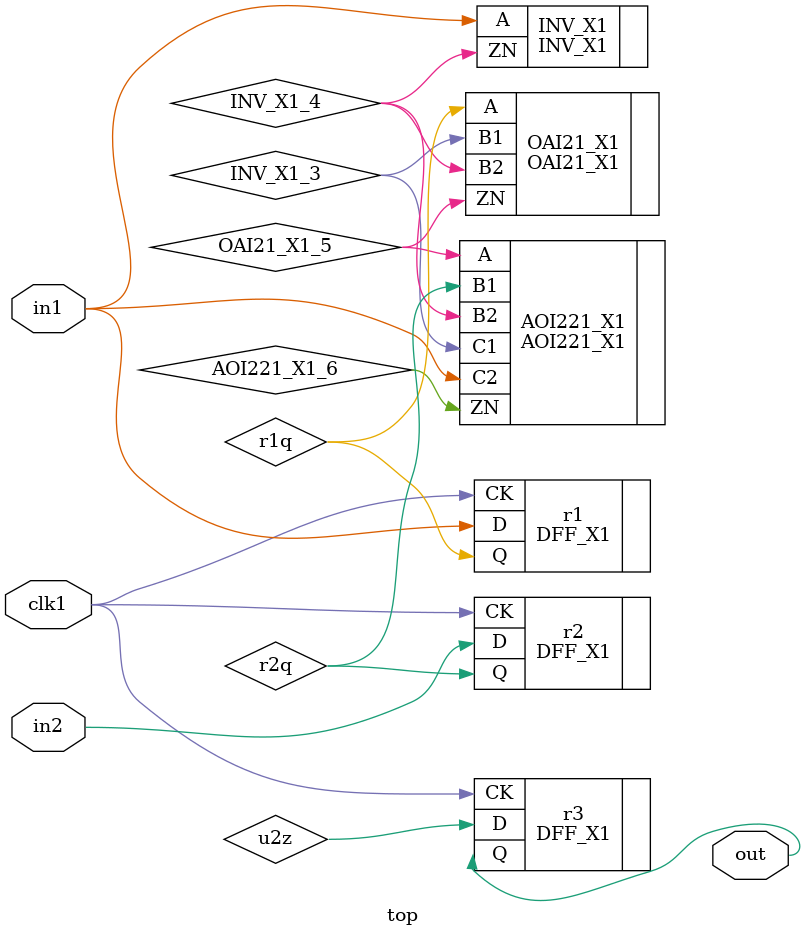
<source format=v>
module top (in1,
    in2,
    clk1,
    out);
 input in1;
 input in2;
 input clk1;
 output out;

 wire AOI221_X1_6;
 wire INV_X1_3;
 wire INV_X1_4;
 wire OAI21_X1_5;
 wire r1q;
 wire r2q;
 wire u1z;
 wire u1z_inv;
 wire u2z;

 AOI221_X1 AOI221_X1 (.A(OAI21_X1_5),
    .B1(r2q),
    .B2(INV_X1_4),
    .C1(INV_X1_3),
    .C2(in1),
    .ZN(AOI221_X1_6));
 INV_X1 INV_X1 (.A(in1),
    .ZN(INV_X1_4));
 OAI21_X1 OAI21_X1 (.A(r1q),
    .B1(INV_X1_3),
    .B2(INV_X1_4),
    .ZN(OAI21_X1_5));
 DFF_X1 r1 (.D(in1),
    .CK(clk1),
    .Q(r1q));
 DFF_X1 r2 (.D(in2),
    .CK(clk1),
    .Q(r2q));
 DFF_X1 r3 (.D(u2z),
    .CK(clk1),
    .Q(out));
endmodule

</source>
